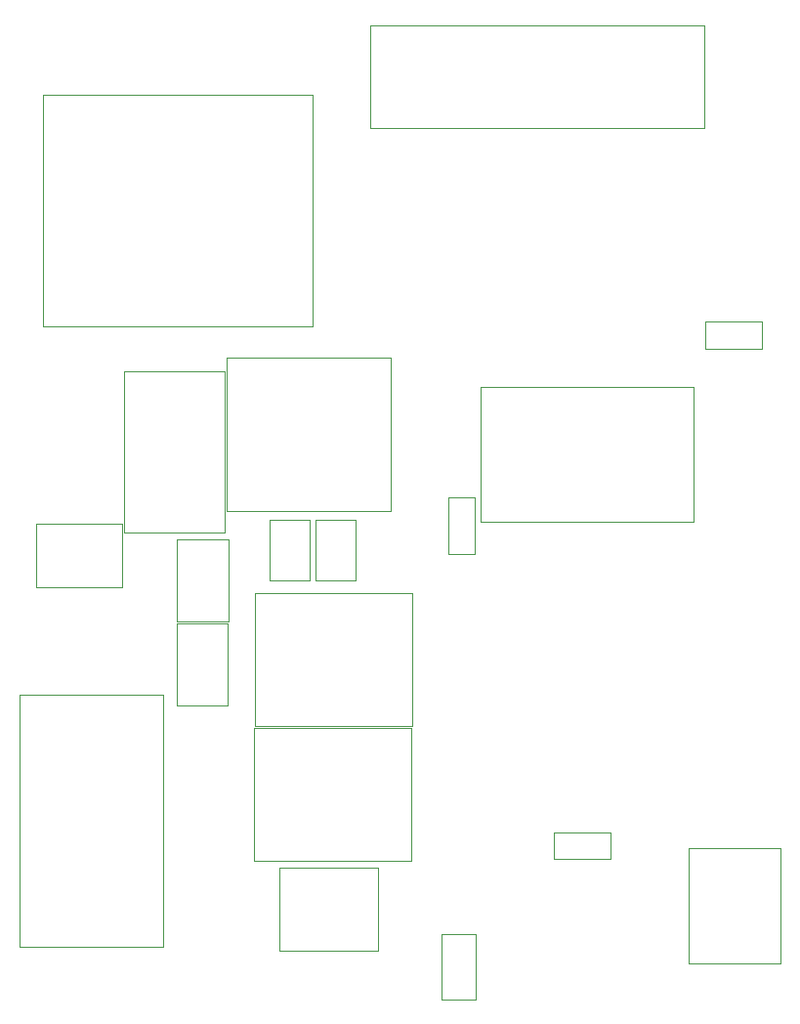
<source format=gbr>
G04 DesignSpark PCB Gerber Version 11.0 Build 5877*
G04 #@! TF.Part,Single*
G04 #@! TF.FileFunction,Other,dsPIC33CH_Devboard - Documentation*
G04 #@! TF.FilePolarity,Positive*
%FSLAX35Y35*%
%MOMM*%
%ADD18C,0.05000*%
%ADD15C,0.10000*%
G04 #@! TD.AperFunction*
X0Y0D02*
D02*
D15*
X921310Y5842470D02*
X1795310D01*
Y4444670D01*
X921310D01*
Y5842470D01*
X2556350Y8236350D02*
Y6226350D01*
X221350D01*
Y8236350D01*
X2556350D01*
X3055810Y8840130D02*
X5953810D01*
Y7951130D01*
X3055810D01*
Y8840130D01*
X5811350Y706350D02*
Y1706350D01*
X6611350D01*
Y706350D01*
X5811350D01*
D02*
D18*
X13310Y3037630D02*
X1263310D01*
Y855630D01*
X13310D01*
Y3037630D01*
X160810Y4521350D02*
X905810D01*
Y3971350D01*
X160810D01*
Y4521350D01*
X1378310Y2941890D02*
Y3651890D01*
X1822310D01*
Y2941890D01*
X1378310D01*
X1378810Y3671890D02*
Y4381890D01*
X1823810D01*
Y3671890D01*
X1378810D01*
X1813850Y5961890D02*
X3228850D01*
Y4631890D01*
X1813850D01*
Y5961890D01*
X2048310Y2748630D02*
X3413310D01*
Y1598630D01*
X2048310D01*
Y2748630D01*
X2055810Y3916890D02*
X3420810D01*
Y2766890D01*
X2055810D01*
Y3916890D01*
X2268850Y1536350D02*
X3123850D01*
Y816350D01*
X2268850D01*
Y1536350D01*
X2528340Y4556890D02*
Y4031890D01*
X2178340D01*
Y4556890D01*
X2528340D01*
X2928340D02*
Y4031890D01*
X2578340D01*
Y4556890D01*
X2928340D01*
X3670810Y397890D02*
Y960890D01*
X3970810D01*
Y397890D01*
X3670810D01*
X3958310Y4743630D02*
Y4253630D01*
X3728310D01*
Y4743630D01*
X3958310D01*
X4013340Y4534390D02*
Y5704390D01*
X5853340D01*
Y4534390D01*
X4013340D01*
X4645810Y1843630D02*
X5135810D01*
Y1613630D01*
X4645810D01*
Y1843630D01*
X5955810Y6268630D02*
X6445810D01*
Y6038630D01*
X5955810D01*
Y6268630D01*
X0Y0D02*
M02*

</source>
